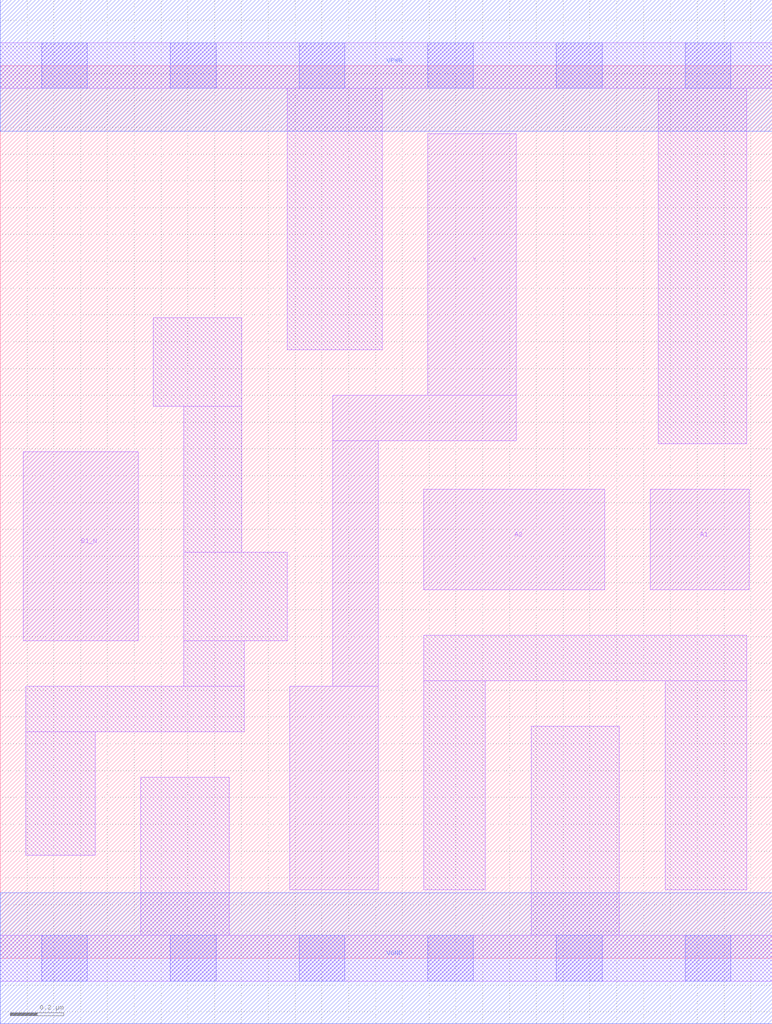
<source format=lef>
# Copyright 2020 The SkyWater PDK Authors
#
# Licensed under the Apache License, Version 2.0 (the "License");
# you may not use this file except in compliance with the License.
# You may obtain a copy of the License at
#
#     https://www.apache.org/licenses/LICENSE-2.0
#
# Unless required by applicable law or agreed to in writing, software
# distributed under the License is distributed on an "AS IS" BASIS,
# WITHOUT WARRANTIES OR CONDITIONS OF ANY KIND, either express or implied.
# See the License for the specific language governing permissions and
# limitations under the License.
#
# SPDX-License-Identifier: Apache-2.0

VERSION 5.7 ;
  NAMESCASESENSITIVE ON ;
  NOWIREEXTENSIONATPIN ON ;
  DIVIDERCHAR "/" ;
  BUSBITCHARS "[]" ;
UNITS
  DATABASE MICRONS 200 ;
END UNITS
MACRO sky130_fd_sc_lp__o21bai_1
  CLASS CORE ;
  SOURCE USER ;
  FOREIGN sky130_fd_sc_lp__o21bai_1 ;
  ORIGIN  0.000000  0.000000 ;
  SIZE  2.880000 BY  3.330000 ;
  SYMMETRY X Y R90 ;
  SITE unit ;
  PIN A1
    ANTENNAGATEAREA  0.315000 ;
    DIRECTION INPUT ;
    USE SIGNAL ;
    PORT
      LAYER li1 ;
        RECT 2.425000 1.375000 2.795000 1.750000 ;
    END
  END A1
  PIN A2
    ANTENNAGATEAREA  0.315000 ;
    DIRECTION INPUT ;
    USE SIGNAL ;
    PORT
      LAYER li1 ;
        RECT 1.580000 1.375000 2.255000 1.750000 ;
    END
  END A2
  PIN B1_N
    ANTENNAGATEAREA  0.126000 ;
    DIRECTION INPUT ;
    USE SIGNAL ;
    PORT
      LAYER li1 ;
        RECT 0.085000 1.185000 0.515000 1.890000 ;
    END
  END B1_N
  PIN Y
    ANTENNADIFFAREA  0.764400 ;
    DIRECTION OUTPUT ;
    USE SIGNAL ;
    PORT
      LAYER li1 ;
        RECT 1.080000 0.255000 1.410000 1.015000 ;
        RECT 1.240000 1.015000 1.410000 1.930000 ;
        RECT 1.240000 1.930000 1.925000 2.100000 ;
        RECT 1.595000 2.100000 1.925000 3.075000 ;
    END
  END Y
  PIN VGND
    DIRECTION INOUT ;
    USE GROUND ;
    PORT
      LAYER met1 ;
        RECT 0.000000 -0.245000 2.880000 0.245000 ;
    END
  END VGND
  PIN VPWR
    DIRECTION INOUT ;
    USE POWER ;
    PORT
      LAYER met1 ;
        RECT 0.000000 3.085000 2.880000 3.575000 ;
    END
  END VPWR
  OBS
    LAYER li1 ;
      RECT 0.000000 -0.085000 2.880000 0.085000 ;
      RECT 0.000000  3.245000 2.880000 3.415000 ;
      RECT 0.095000  0.385000 0.355000 0.845000 ;
      RECT 0.095000  0.845000 0.910000 1.015000 ;
      RECT 0.525000  0.085000 0.855000 0.675000 ;
      RECT 0.570000  2.060000 0.900000 2.390000 ;
      RECT 0.685000  1.015000 0.910000 1.185000 ;
      RECT 0.685000  1.185000 1.070000 1.515000 ;
      RECT 0.685000  1.515000 0.900000 2.060000 ;
      RECT 1.070000  2.270000 1.425000 3.245000 ;
      RECT 1.580000  0.255000 1.810000 1.035000 ;
      RECT 1.580000  1.035000 2.785000 1.205000 ;
      RECT 1.980000  0.085000 2.310000 0.865000 ;
      RECT 2.455000  1.920000 2.785000 3.245000 ;
      RECT 2.480000  0.255000 2.785000 1.035000 ;
    LAYER mcon ;
      RECT 0.155000 -0.085000 0.325000 0.085000 ;
      RECT 0.155000  3.245000 0.325000 3.415000 ;
      RECT 0.635000 -0.085000 0.805000 0.085000 ;
      RECT 0.635000  3.245000 0.805000 3.415000 ;
      RECT 1.115000 -0.085000 1.285000 0.085000 ;
      RECT 1.115000  3.245000 1.285000 3.415000 ;
      RECT 1.595000 -0.085000 1.765000 0.085000 ;
      RECT 1.595000  3.245000 1.765000 3.415000 ;
      RECT 2.075000 -0.085000 2.245000 0.085000 ;
      RECT 2.075000  3.245000 2.245000 3.415000 ;
      RECT 2.555000 -0.085000 2.725000 0.085000 ;
      RECT 2.555000  3.245000 2.725000 3.415000 ;
  END
END sky130_fd_sc_lp__o21bai_1
END LIBRARY

</source>
